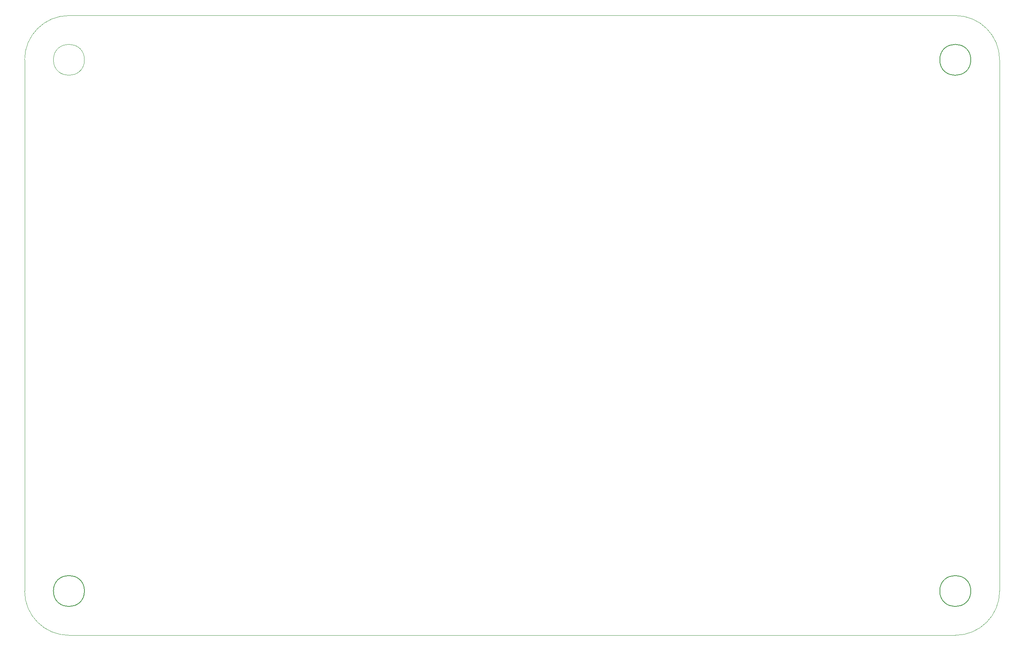
<source format=gbr>
%TF.GenerationSoftware,KiCad,Pcbnew,7.0.2*%
%TF.CreationDate,2023-09-05T17:50:18-07:00*%
%TF.ProjectId,takupcb-r2,74616b75-7063-4622-9d72-322e6b696361,rev?*%
%TF.SameCoordinates,Original*%
%TF.FileFunction,Profile,NP*%
%FSLAX46Y46*%
G04 Gerber Fmt 4.6, Leading zero omitted, Abs format (unit mm)*
G04 Created by KiCad (PCBNEW 7.0.2) date 2023-09-05 17:50:18*
%MOMM*%
%LPD*%
G01*
G04 APERTURE LIST*
%TA.AperFunction,Profile*%
%ADD10C,0.150000*%
%TD*%
%TA.AperFunction,Profile*%
%ADD11C,0.100000*%
%TD*%
G04 APERTURE END LIST*
D10*
X233500000Y-30000000D02*
G75*
G03*
X233500000Y-30000000I-3500000J0D01*
G01*
X33500000Y-150000000D02*
G75*
G03*
X33500000Y-150000000I-3500000J0D01*
G01*
D11*
X20000000Y-150000000D02*
G75*
G03*
X30000000Y-160000000I10000000J0D01*
G01*
X240000000Y-30000000D02*
G75*
G03*
X230000000Y-20000000I-10000000J0D01*
G01*
X230000000Y-20000000D02*
X30000000Y-20000000D01*
D10*
X233500000Y-150000000D02*
G75*
G03*
X233500000Y-150000000I-3500000J0D01*
G01*
D11*
X20000000Y-30000000D02*
X20000000Y-150000000D01*
X240000000Y-150000000D02*
X240000000Y-30000000D01*
X30000000Y-20000000D02*
G75*
G03*
X20000000Y-30000000I0J-10000000D01*
G01*
X33500000Y-30000000D02*
G75*
G03*
X33500000Y-30000000I-3500000J0D01*
G01*
X230000000Y-160000000D02*
G75*
G03*
X240000000Y-150000000I0J10000000D01*
G01*
X30000000Y-160000000D02*
X230000000Y-160000000D01*
M02*

</source>
